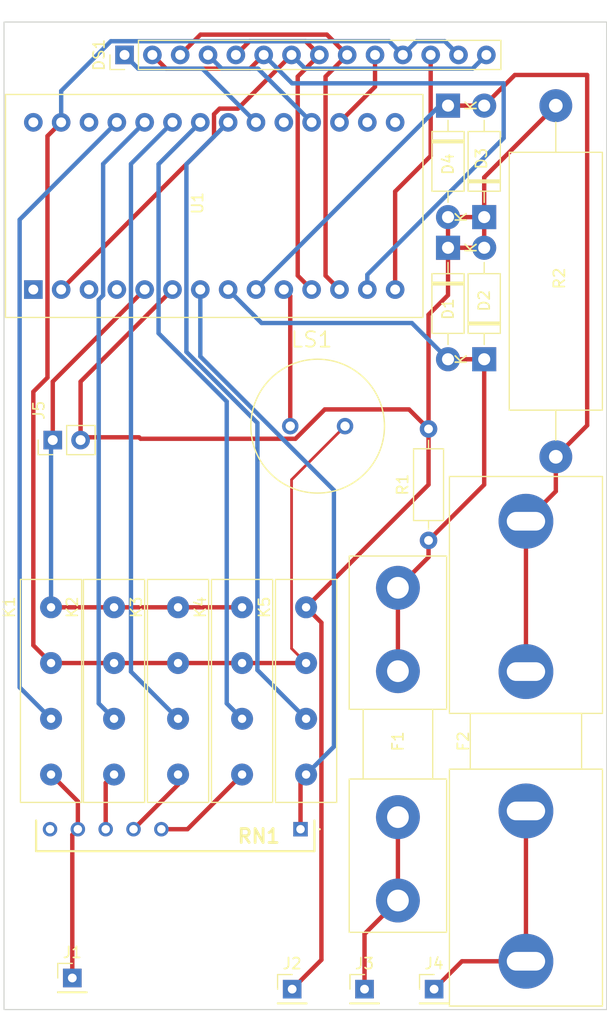
<source format=kicad_pcb>
(kicad_pcb (version 20221018) (generator pcbnew)
  (layers (0 "F.Cu" signal) (31 "B.Cu" signal) (34 "B.Paste" user) (35 "F.Paste" user) (36 "B.SilkS" user "B.Silkscreen") (37 "F.SilkS" user "F.Silkscreen") (38 "B.Mask" user) (39 "F.Mask" user) (44 "Edge.Cuts" user))
  (net 0 "")
  (net 1 "+3.3V")
  (net 2 "GND")
  (net 7 "Net-(U1-A5)")
  (net 13 "/Input Common")
  (net 14 "/mA ADC In")
  (net 15 "/A ADC In")
  (net 16 "/TOUCH IRQ")
  (net 17 "/MISO")
  (net 18 "/MOSI")
  (net 19 "/TOUCH CS")
  (net 20 "/SCK")
  (net 21 "/TFT DC")
  (net 22 "/TFT CS")
  (net 23 "/mA In")
  (net 24 "/A In")
  (net 25 "/V{slash}Ohm In")
  (net 26 "/V{slash}Ohm ADC In")
  (net 27 "/Low Range Control")
  (net 28 "/Med Range Control")
  (net 29 "/High Range Control")
  (net 30 "/UH Range Control")
  (net 31 "/Ohm Vout")
  (net 32 "/V{slash}Ohm Control")
  (net 33 "Net-(K2-COM)")
  (net 34 "Net-(K3-COM)")
  (net 35 "Net-(K4-COM)")
  (footprint "502ProjectFootprints:PinHeader_1x01_P2.54mm_Vertical_H0.8mm" (layer "F.Cu") (at 191.262 145.034)
    (fp_text reference "J2" (at 0 -2.33) (layer "F.SilkS"))
    (fp_text value "Com")
    (fp_line (start -1.33 -1.33) (end 0 -1.33) (stroke (width 0.12)) (layer "F.SilkS"))
    (fp_line (start -1.33 0) (end -1.33 -1.33) (stroke (width 0.12)) (layer "F.SilkS"))
    (fp_line (start -1.33 1.27) (end -1.33 1.33) (stroke (width 0.12)) (layer "F.SilkS"))
    (fp_line (start -1.33 1.27) (end 1.33 1.27) (stroke (width 0.12)) (layer "F.SilkS"))
    (fp_line (start -1.33 1.33) (end 1.33 1.33) (stroke (width 0.12)) (layer "F.SilkS"))
    (fp_line (start 1.33 1.27) (end 1.33 1.33) (stroke (width 0.12)) (layer "F.SilkS"))
    (pad "1" thru_hole rect (at 0 0) (size 1.7 1.7) (drill 0.8) (layers "*.Cu" "*.Mask") (net 13 "/Input Common"))
  )
  (footprint "502ProjectFootprints:ItsyBitsy" (layer "F.Cu") (at 182.88 73.66 90)
    (fp_text reference "U1" (at 0.254 -0.254 90 unlocked) (layer "F.SilkS"))
    (fp_text value "ItsyBitsy_NRF52840_Big")
    (fp_rect (start 10.16 -17.78) (end -10.16 20.32) (stroke (width 0.12)) (fill none) (layer "F.SilkS"))
    (pad "1" thru_hole rect (at -7.62 -15.24 90) (size 1.7 1.7) (drill 0.9) (layers "*.Cu" "*.Mask"))
    (pad "2" thru_hole circle (at -7.62 -12.7 90) (size 1.7 1.7) (drill 0.9) (layers "*.Cu" "*.Mask") (net 1 "+3.3V"))
    (pad "3" thru_hole circle (at -7.62 -10.16 90) (size 1.7 1.7) (drill 0.9) (layers "*.Cu" "*.Mask"))
    (pad "4" thru_hole circle (at -7.62 -7.62 90) (size 1.7 1.7) (drill 0.9) (layers "*.Cu" "*.Mask"))
    (pad "5" thru_hole circle (at -7.62 -5.08 90) (size 1.7 1.7) (drill 0.9) (layers "*.Cu" "*.Mask") (net 26 "/V{slash}Ohm ADC In"))
    (pad "6" thru_hole circle (at -7.62 -2.54 90) (size 1.7 1.7) (drill 0.9) (layers "*.Cu" "*.Mask") (net 13 "/Input Common"))
    (pad "7" thru_hole circle (at -7.62 0 90) (size 1.7 1.7) (drill 0.9) (layers "*.Cu" "*.Mask") (net 31 "/Ohm Vout"))
    (pad "8" thru_hole circle (at -7.62 2.54 90) (size 1.7 1.7) (drill 0.9) (layers "*.Cu" "*.Mask") (net 14 "/mA ADC In"))
    (pad "9" thru_hole circle (at -7.62 5.08 90) (size 1.7 1.7) (drill 0.9) (layers "*.Cu" "*.Mask") (net 15 "/A ADC In"))
    (pad "10" thru_hole circle (at -7.62 7.62 90) (size 1.7 1.7) (drill 0.9) (layers "*.Cu" "*.Mask") (net 7 "Net-(U1-A5)"))
    (pad "11" thru_hole circle (at -7.62 10.16 90) (size 1.7 1.7) (drill 0.9) (layers "*.Cu" "*.Mask") (net 20 "/SCK"))
    (pad "12" thru_hole circle (at -7.62 12.7 90) (size 1.7 1.7) (drill 0.9) (layers "*.Cu" "*.Mask") (net 18 "/MOSI"))
    (pad "13" thru_hole circle (at -7.62 15.24 90) (size 1.7 1.7) (drill 0.9) (layers "*.Cu" "*.Mask") (net 17 "/MISO"))
    (pad "14" thru_hole circle (at -7.62 17.78 90) (size 1.7 1.7) (drill 0.9) (layers "*.Cu" "*.Mask") (net 22 "/TFT CS"))
    (pad "15" thru_hole circle (at 7.62 17.78 90) (size 1.7 1.7) (drill 0.9) (layers "*.Cu" "*.Mask"))
    (pad "16" thru_hole circle (at 7.62 15.24 90) (size 1.7 1.7) (drill 0.9) (layers "*.Cu" "*.Mask"))
    (pad "17" thru_hole circle (at 7.62 12.7 90) (size 1.7 1.7) (drill 0.9) (layers "*.Cu" "*.Mask") (net 21 "/TFT DC"))
    (pad "18" thru_hole circle (at 7.62 10.16 90) (size 1.7 1.7) (drill 0.9) (layers "*.Cu" "*.Mask") (net 19 "/TOUCH CS"))
    (pad "19" thru_hole circle (at 7.62 7.62 90) (size 1.7 1.7) (drill 0.9) (layers "*.Cu" "*.Mask"))
    (pad "20" thru_hole circle (at 7.62 5.08 90) (size 1.7 1.7) (drill 0.9) (layers "*.Cu" "*.Mask") (net 16 "/TOUCH IRQ"))
    (pad "21" thru_hole circle (at 7.62 2.54 90) (size 1.7 1.7) (drill 0.9) (layers "*.Cu" "*.Mask") (net 32 "/V{slash}Ohm Control"))
    (pad "22" thru_hole circle (at 7.62 0 90) (size 1.7 1.7) (drill 0.9) (layers "*.Cu" "*.Mask") (net 30 "/UH Range Control"))
    (pad "23" thru_hole circle (at 7.62 -2.54 90) (size 1.7 1.7) (drill 0.9) (layers "*.Cu" "*.Mask") (net 29 "/High Range Control"))
    (pad "24" thru_hole circle (at 7.62 -5.08 90) (size 1.7 1.7) (drill 0.9) (layers "*.Cu" "*.Mask") (net 28 "/Med Range Control"))
    (pad "25" thru_hole circle (at 7.62 -7.62 90) (size 1.7 1.7) (drill 0.9) (layers "*.Cu" "*.Mask") (net 27 "/Low Range Control"))
    (pad "26" thru_hole circle (at 7.62 -10.16 90) (size 1.7 1.7) (drill 0.9) (layers "*.Cu" "*.Mask"))
    (pad "27" thru_hole circle (at 7.62 -12.7 90) (size 1.7 1.7) (drill 0.9) (layers "*.Cu" "*.Mask") (net 2 "GND"))
    (pad "28" thru_hole circle (at 7.62 -15.24 90) (size 1.7 1.7) (drill 0.9) (layers "*.Cu" "*.Mask"))
  )
  (footprint "502ProjectFootprints:XDCR_PS1240P02BT" (layer "F.Cu") (at 193.588 93.726)
    (fp_text reference "LS1" (at -0.555 -7.889) (layer "F.SilkS") (effects (font (size 1.4 1.4))))
    (fp_text value "PS1240P02BT")
    (fp_circle (center 0 0) (end 6.1 0) (stroke (width 0.127)) (fill none) (layer "F.SilkS"))
    (pad "1" thru_hole circle (at -2.5 0) (size 1.5 1.5) (drill 0.85) (layers "*.Cu" "*.Mask") (net 7 "Net-(U1-A5)"))
    (pad "2" thru_hole circle (at 2.5 0) (size 1.5 1.5) (drill 0.85) (layers "*.Cu" "*.Mask") (net 2 "GND"))
  )
  (footprint "502ProjectFootprints:SIL03-1A72-71DrevB" (layer "F.Cu") (at 180.848 117.856 90)
    (fp_text reference "K3" (at 7.62 -3.81 90 unlocked) (layer "F.SilkS"))
    (fp_text value "High Range")
    (fp_poly (pts (xy -10.16 -2.794) (xy 10.16 -2.794) (xy 10.16 2.794) (xy -10.16 2.794)) (stroke (width 0.12)) (fill none) (layer "F.SilkS"))
    (pad "1" thru_hole circle (at -7.62 0 90) (size 2 2) (drill 0.762) (layers "*.Cu" "*.Mask") (net 34 "Net-(K3-COM)"))
    (pad "3" thru_hole circle (at -2.54 0 90) (size 2 2) (drill 0.762) (layers "*.Cu" "*.Mask") (net 29 "/High Range Control"))
    (pad "5" thru_hole circle (at 2.54 0 90) (size 2 2) (drill 0.762) (layers "*.Cu" "*.Mask") (net 2 "GND"))
    (pad "7" thru_hole circle (at 7.62 0 90) (size 2 2) (drill 0.762) (layers "*.Cu" "*.Mask") (net 26 "/V{slash}Ohm ADC In"))
  )
  (footprint "502ProjectFootprints:PinHeader_1x01_P2.54mm_Vertical_H0.8mm" (layer "F.Cu") (at 197.866 145.034)
    (fp_text reference "J3" (at 0 -2.33) (layer "F.SilkS"))
    (fp_text value "mA")
    (fp_line (start -1.33 -1.33) (end 0 -1.33) (stroke (width 0.12)) (layer "F.SilkS"))
    (fp_line (start -1.33 0) (end -1.33 -1.33) (stroke (width 0.12)) (layer "F.SilkS"))
    (fp_line (start -1.33 1.27) (end -1.33 1.33) (stroke (width 0.12)) (layer "F.SilkS"))
    (fp_line (start -1.33 1.27) (end 1.33 1.27) (stroke (width 0.12)) (layer "F.SilkS"))
    (fp_line (start -1.33 1.33) (end 1.33 1.33) (stroke (width 0.12)) (layer "F.SilkS"))
    (fp_line (start 1.33 1.27) (end 1.33 1.33) (stroke (width 0.12)) (layer "F.SilkS"))
    (pad "1" thru_hole rect (at 0 0) (size 1.7 1.7) (drill 0.8) (layers "*.Cu" "*.Mask") (net 23 "/mA In"))
  )
  (footprint "502ProjectFootprints:250mA Fuse rev2" (layer "F.Cu") (at 200.914 122.708 90)
    (fp_text reference "F1" (at 0.254 0 90 unlocked) (layer "F.SilkS"))
    (fp_text value "250mA Fuse")
    (fp_line (start -3.175 -3.175) (end 3.175 -3.175) (stroke (width 0.12)) (layer "F.SilkS"))
    (fp_line (start 3.175 3.175) (end -3.175 3.175) (stroke (width 0.12)) (layer "F.SilkS"))
    (fp_rect (start -17.145 -4.445) (end -3.175 4.445) (stroke (width 0.12)) (fill none) (layer "F.SilkS"))
    (fp_rect (start 3.175 -4.445) (end 17.145 4.445) (stroke (width 0.12)) (fill none) (layer "F.SilkS"))
    (pad "1" thru_hole circle (at -14.25 0 90) (size 4 4) (drill 1.98) (layers "*.Cu" "*.Mask") (net 23 "/mA In"))
    (pad "2" thru_hole circle (at -6.65 0 90) (size 4 4) (drill 1.98) (layers "*.Cu" "*.Mask") (net 23 "/mA In"))
    (pad "3" thru_hole circle (at 6.65 0 90) (size 4 4) (drill 1.98) (layers "*.Cu" "*.Mask") (net 14 "/mA ADC In"))
    (pad "4" thru_hole circle (at 14.25 0 90) (size 4 4) (drill 1.98) (layers "*.Cu" "*.Mask") (net 14 "/mA ADC In"))
  )
  (footprint "502ProjectFootprints:PinHeader_1x01_P2.54mm_Vertical_H0.8mm" (layer "F.Cu") (at 171.196 144.018)
    (fp_text reference "J1" (at 0 -2.33) (layer "F.SilkS"))
    (fp_text value "V/Ohm")
    (fp_line (start -1.33 -1.33) (end 0 -1.33) (stroke (width 0.12)) (layer "F.SilkS"))
    (fp_line (start -1.33 0) (end -1.33 -1.33) (stroke (width 0.12)) (layer "F.SilkS"))
    (fp_line (start -1.33 1.27) (end -1.33 1.33) (stroke (width 0.12)) (layer "F.SilkS"))
    (fp_line (start -1.33 1.27) (end 1.33 1.27) (stroke (width 0.12)) (layer "F.SilkS"))
    (fp_line (start -1.33 1.33) (end 1.33 1.33) (stroke (width 0.12)) (layer "F.SilkS"))
    (fp_line (start 1.33 1.27) (end 1.33 1.33) (stroke (width 0.12)) (layer "F.SilkS"))
    (pad "1" thru_hole rect (at 0 0) (size 1.7 1.7) (drill 0.8) (layers "*.Cu" "*.Mask") (net 25 "/V{slash}Ohm In"))
  )
  (footprint "502ProjectFootprints:PinHeader_1x01_P2.54mm_Vertical_H0.8mm" (layer "F.Cu") (at 204.216 145.034)
    (fp_text reference "J4" (at 0 -2.33) (layer "F.SilkS"))
    (fp_text value "A")
    (fp_line (start -1.33 -1.33) (end 0 -1.33) (stroke (width 0.12)) (layer "F.SilkS"))
    (fp_line (start -1.33 0) (end -1.33 -1.33) (stroke (width 0.12)) (layer "F.SilkS"))
    (fp_line (start -1.33 1.27) (end -1.33 1.33) (stroke (width 0.12)) (layer "F.SilkS"))
    (fp_line (start -1.33 1.27) (end 1.33 1.27) (stroke (width 0.12)) (layer "F.SilkS"))
    (fp_line (start -1.33 1.33) (end 1.33 1.33) (stroke (width 0.12)) (layer "F.SilkS"))
    (fp_line (start 1.33 1.27) (end 1.33 1.33) (stroke (width 0.12)) (layer "F.SilkS"))
    (pad "1" thru_hole rect (at 0 0) (size 1.7 1.7) (drill 0.8) (layers "*.Cu" "*.Mask") (net 24 "/A In"))
  )
  (footprint "502ProjectFootprints:10A Fuse Oval rev2" (layer "F.Cu") (at 212.598 122.444 90)
    (fp_text reference "F2" (at 0 -5.715 90 unlocked) (layer "F.SilkS"))
    (fp_text value "10A Fuse")
    (fp_rect (start -24.13 -6.985) (end -2.54 6.985) (stroke (width 0.12)) (fill none) (layer "F.SilkS"))
    (fp_rect (start -2.54 -5.08) (end 2.54 5.08) (stroke (width 0.12)) (fill none) (layer "F.SilkS"))
    (fp_rect (start 24.13 -6.985) (end 2.54 6.985) (stroke (width 0.12)) (fill none) (layer "F.SilkS"))
    (pad "1" thru_hole circle (at -20.05 0 90) (size 5 5) (drill oval 1.7 3.5) (layers "*.Cu" "*.Mask") (net 24 "/A In"))
    (pad "2" thru_hole circle (at -6.35 0 90) (size 5 5) (drill oval 1.7 3.5) (layers "*.Cu" "*.Mask") (net 24 "/A In"))
    (pad "3" thru_hole circle (at 6.35 0 90) (size 5 5) (drill oval 1.7 3.5) (layers "*.Cu" "*.Mask") (net 15 "/A ADC In"))
    (pad "4" thru_hole circle (at 20.05 0 90) (size 5 5) (drill oval 1.7 3.5) (layers "*.Cu" "*.Mask") (net 15 "/A ADC In"))
  )
  (footprint "Diode_THT:D_DO-41_SOD81_P10.16mm_Horizontal" (layer "F.Cu") (at 208.788 87.63 90)
    (fp_text reference "D2" (at 5.334 0 90) (layer "F.SilkS"))
    (fp_text value "1N4001")
    (fp_text user "K" (at 0 -2.1 90) (layer "F.SilkS"))
    (fp_line (start 1.34 0) (end 2.36 0) (stroke (width 0.12)) (layer "F.SilkS"))
    (fp_line (start 2.36 -1.47) (end 2.36 1.47) (stroke (width 0.12)) (layer "F.SilkS"))
    (fp_line (start 2.36 1.47) (end 7.8 1.47) (stroke (width 0.12)) (layer "F.SilkS"))
    (fp_line (start 3.14 -1.47) (end 3.14 1.47) (stroke (width 0.12)) (layer "F.SilkS"))
    (fp_line (start 3.26 -1.47) (end 3.26 1.47) (stroke (width 0.12)) (layer "F.SilkS"))
    (fp_line (start 3.38 -1.47) (end 3.38 1.47) (stroke (width 0.12)) (layer "F.SilkS"))
    (fp_line (start 7.8 -1.47) (end 2.36 -1.47) (stroke (width 0.12)) (layer "F.SilkS"))
    (fp_line (start 7.8 1.47) (end 7.8 -1.47) (stroke (width 0.12)) (layer "F.SilkS"))
    (fp_line (start 8.82 0) (end 7.8 0) (stroke (width 0.12)) (layer "F.SilkS"))
    (pad "1" thru_hole rect (at 0 0 90) (size 2.2 2.2) (drill 1.1) (layers "*.Cu" "*.Mask") (net 14 "/mA ADC In"))
    (pad "2" thru_hole oval (at 10.16 0 90) (size 2.2 2.2) (drill 1.1) (layers "*.Cu" "*.Mask") (net 13 "/Input Common"))
  )
  (footprint "502ProjectFootprints:PinHeader_1x02_P2.54mm_Vertical_H0.9mm" (layer "F.Cu") (at 169.413 94.996 90)
    (fp_text reference "J5" (at 2.717 -1.269 90) (layer "F.SilkS"))
    (fp_text value "Parallel Prot")
    (fp_line (start -1.33 -1.33) (end 0 -1.33) (stroke (width 0.12)) (layer "F.SilkS"))
    (fp_line (start -1.33 0) (end -1.33 -1.33) (stroke (width 0.12)) (layer "F.SilkS"))
    (fp_line (start -1.33 1.27) (end -1.33 3.87) (stroke (width 0.12)) (layer "F.SilkS"))
    (fp_line (start -1.33 1.27) (end 1.33 1.27) (stroke (width 0.12)) (layer "F.SilkS"))
    (fp_line (start -1.33 3.87) (end 1.33 3.87) (stroke (width 0.12)) (layer "F.SilkS"))
    (fp_line (start 1.33 1.27) (end 1.33 3.87) (stroke (width 0.12)) (layer "F.SilkS"))
    (pad "1" thru_hole rect (at 0 0 90) (size 1.7 1.7) (drill 0.9) (layers "*.Cu" "*.Mask") (net 26 "/V{slash}Ohm ADC In"))
    (pad "2" thru_hole oval (at 0 2.54 90) (size 1.7 1.7) (drill 0.9) (layers "*.Cu" "*.Mask") (net 13 "/Input Common"))
  )
  (footprint "Diode_THT:D_DO-41_SOD81_P10.16mm_Horizontal" (layer "F.Cu") (at 205.486 77.47 -90)
    (fp_text reference "D1" (at 5.588 0 90) (layer "F.SilkS"))
    (fp_text value "1N4001")
    (fp_text user "K" (at 0 -2.1 90) (layer "F.SilkS"))
    (fp_line (start 1.34 0) (end 2.36 0) (stroke (width 0.12)) (layer "F.SilkS"))
    (fp_line (start 2.36 -1.47) (end 2.36 1.47) (stroke (width 0.12)) (layer "F.SilkS"))
    (fp_line (start 2.36 1.47) (end 7.8 1.47) (stroke (width 0.12)) (layer "F.SilkS"))
    (fp_line (start 3.14 -1.47) (end 3.14 1.47) (stroke (width 0.12)) (layer "F.SilkS"))
    (fp_line (start 3.26 -1.47) (end 3.26 1.47) (stroke (width 0.12)) (layer "F.SilkS"))
    (fp_line (start 3.38 -1.47) (end 3.38 1.47) (stroke (width 0.12)) (layer "F.SilkS"))
    (fp_line (start 7.8 -1.47) (end 2.36 -1.47) (stroke (width 0.12)) (layer "F.SilkS"))
    (fp_line (start 7.8 1.47) (end 7.8 -1.47) (stroke (width 0.12)) (layer "F.SilkS"))
    (fp_line (start 8.82 0) (end 7.8 0) (stroke (width 0.12)) (layer "F.SilkS"))
    (pad "1" thru_hole rect (at 0 0 270) (size 2.2 2.2) (drill 1.1) (layers "*.Cu" "*.Mask") (net 13 "/Input Common"))
    (pad "2" thru_hole oval (at 10.16 0 270) (size 2.2 2.2) (drill 1.1) (layers "*.Cu" "*.Mask") (net 14 "/mA ADC In"))
  )
  (footprint "502ProjectFootprints:0.05 Ohm 5W Resistor rev2" (layer "F.Cu") (at 211.074 70.358 90)
    (fp_text reference "R2" (at -9.906 4.572 90 unlocked) (layer "F.SilkS"))
    (fp_text value "0.05 Ohm")
    (fp_line (start -21.91 4.25) (end -24.66 4.25) (stroke (width 0.12)) (layer "F.SilkS"))
    (fp_line (start 1.59 4.25) (end 4.34 4.25) (stroke (width 0.12)) (layer "F.SilkS"))
    (fp_rect (start -21.91 0) (end 1.59 8.5) (stroke (width 0.12)) (fill none) (layer "F.SilkS"))
    (pad "1" thru_hole circle (at -26.16 4.25 90) (size 3 3) (drill 1.25) (layers "*.Cu" "*.Mask") (net 15 "/A ADC In"))
    (pad "2" thru_hole circle (at 5.84 4.25 90) (size 3 3) (drill 1.25) (layers "*.Cu" "*.Mask") (net 13 "/Input Common"))
  )
  (footprint "Diode_THT:D_DO-41_SOD81_P10.16mm_Horizontal" (layer "F.Cu") (at 208.788 74.676 90)
    (fp_text reference "D3" (at 5.334 -0.254 90) (layer "F.SilkS"))
    (fp_text value "1N4001")
    (fp_text user "K" (at 0 -2.1 90) (layer "F.SilkS"))
    (fp_line (start 1.34 0) (end 2.36 0) (stroke (width 0.12)) (layer "F.SilkS"))
    (fp_line (start 2.36 -1.47) (end 2.36 1.47) (stroke (width 0.12)) (layer "F.SilkS"))
    (fp_line (start 2.36 1.47) (end 7.8 1.47) (stroke (width 0.12)) (layer "F.SilkS"))
    (fp_line (start 3.14 -1.47) (end 3.14 1.47) (stroke (width 0.12)) (layer "F.SilkS"))
    (fp_line (start 3.26 -1.47) (end 3.26 1.47) (stroke (width 0.12)) (layer "F.SilkS"))
    (fp_line (start 3.38 -1.47) (end 3.38 1.47) (stroke (width 0.12)) (layer "F.SilkS"))
    (fp_line (start 7.8 -1.47) (end 2.36 -1.47) (stroke (width 0.12)) (layer "F.SilkS"))
    (fp_line (start 7.8 1.47) (end 7.8 -1.47) (stroke (width 0.12)) (layer "F.SilkS"))
    (fp_line (start 8.82 0) (end 7.8 0) (stroke (width 0.12)) (layer "F.SilkS"))
    (pad "1" thru_hole rect (at 0 0 90) (size 2.2 2.2) (drill 1.1) (layers "*.Cu" "*.Mask") (net 13 "/Input Common"))
    (pad "2" thru_hole oval (at 10.16 0 90) (size 2.2 2.2) (drill 1.1) (layers "*.Cu" "*.Mask") (net 15 "/A ADC In"))
  )
  (footprint "502ProjectFootprints:SIL03-1A72-71DrevB" (layer "F.Cu") (at 186.69 117.856 90)
    (fp_text reference "K4" (at 7.62 -3.81 90 unlocked) (layer "F.SilkS"))
    (fp_text value "UH Range (Ohm Only)")
    (fp_poly (pts (xy -10.16 -2.794) (xy 10.16 -2.794) (xy 10.16 2.794) (xy -10.16 2.794)) (stroke (width 0.12)) (fill none) (layer "F.SilkS"))
    (pad "1" thru_hole circle (at -7.62 0 90) (size 2 2) (drill 0.762) (layers "*.Cu" "*.Mask") (net 35 "Net-(K4-COM)"))
    (pad "3" thru_hole circle (at -2.54 0 90) (size 2 2) (drill 0.762) (layers "*.Cu" "*.Mask") (net 30 "/UH Range Control"))
    (pad "5" thru_hole circle (at 2.54 0 90) (size 2 2) (drill 0.762) (layers "*.Cu" "*.Mask") (net 2 "GND"))
    (pad "7" thru_hole circle (at 7.62 0 90) (size 2 2) (drill 0.762) (layers "*.Cu" "*.Mask") (net 26 "/V{slash}Ohm ADC In"))
  )
  (footprint "502ProjectFootprints:1776C68" (layer "F.Cu") (at 192.024 130.459 180)
    (fp_text reference "RN1" (at 3.81 -0.635) (layer "F.SilkS") (effects (font (size 1.27 1.27) (thickness 0.254))))
    (fp_text value "1776-C68" hide)
    (fp_line (start -1.8 0) (end -1.8 0) (stroke (width 0.1)) (layer "F.SilkS"))
    (fp_line (start -1.7 0) (end -1.7 0) (stroke (width 0.1)) (layer "F.SilkS"))
    (fp_line (start -1.27 -2) (end 24.13 -2) (stroke (width 0.2)) (layer "F.SilkS"))
    (fp_line (start -1.27 0.79) (end -1.27 -2) (stroke (width 0.2)) (layer "F.SilkS"))
    (fp_line (start 24.13 -2) (end 24.13 0.79) (stroke (width 0.2)) (layer "F.SilkS"))
    (fp_arc (start -1.8 0) (mid -1.75 -0.05) (end -1.7 0) (stroke (width 0.1)) (layer "F.SilkS"))
    (fp_arc (start -1.7 0) (mid -1.75 0.05) (end -1.8 0) (stroke (width 0.1)) (layer "F.SilkS"))
    (pad "1" thru_hole circle (at 22.86 0 180) (size 1.32 1.32) (drill 0.77) (layers "*.Cu" "*.Mask"))
    (pad "2" thru_hole circle (at 20.32 0 180) (size 1.32 1.32) (drill 0.77) (layers "*.Cu" "*.Mask") (net 25 "/V{slash}Ohm In"))
    (pad "3" thru_hole circle (at 17.78 0 180) (size 1.32 1.32) (drill 0.77) (layers "*.Cu" "*.Mask") (net 33 "Net-(K2-COM)"))
    (pad "4" thru_hole circle (at 15.24 0 180) (size 1.32 1.32) (drill 0.77) (layers "*.Cu" "*.Mask") (net 34 "Net-(K3-COM)"))
    (pad "5" thru_hole circle (at 12.7 0 180) (size 1.32 1.32) (drill 0.77) (layers "*.Cu" "*.Mask") (net 35 "Net-(K4-COM)"))
    (pad "6" thru_hole rect (at 0 0 180) (size 1.32 1.32) (drill 0.77) (layers "*.Cu" "*.Mask") (net 31 "/Ohm Vout"))
  )
  (footprint "502ProjectFootprints:PinHeader_1x14_P2.54mm_Vertical_H0.9mm" (layer "F.Cu") (at 175.964 59.896 90)
    (fp_text reference "DS1" (at 0 -2.33 90) (layer "F.SilkS"))
    (fp_text value "TFT_Interface")
    (fp_line (start -1.33 -1.33) (end 0 -1.33) (stroke (width 0.12)) (layer "F.SilkS"))
    (fp_line (start -1.33 0) (end -1.33 -1.33) (stroke (width 0.12)) (layer "F.SilkS"))
    (fp_line (start -1.33 1.27) (end -1.33 34.35) (stroke (width 0.12)) (layer "F.SilkS"))
    (fp_line (start -1.33 1.27) (end 1.33 1.27) (stroke (width 0.12)) (layer "F.SilkS"))
    (fp_line (start -1.33 34.35) (end 1.33 34.35) (stroke (width 0.12)) (layer "F.SilkS"))
    (fp_line (start 1.33 1.27) (end 1.33 34.35) (stroke (width 0.12)) (layer "F.SilkS"))
    (pad "1" thru_hole rect (at 0 0 90) (size 1.7 1.7) (drill 0.9) (layers "*.Cu" "*.Mask") (net 16 "/TOUCH IRQ"))
    (pad "2" thru_hole oval (at 0 2.54 90) (size 1.7 1.7) (drill 0.9) (layers "*.Cu" "*.Mask") (net 17 "/MISO"))
    (pad "3" thru_hole oval (at 0 5.08 90) (size 1.7 1.7) (drill 0.9) (layers "*.Cu" "*.Mask") (net 18 "/MOSI"))
    (pad "4" thru_hole oval (at 0 7.62 90) (size 1.7 1.7) (drill 0.9) (layers "*.Cu" "*.Mask") (net 19 "/TOUCH CS"))
    (pad "5" thru_hole oval (at 0 10.16 90) (size 1.7 1.7) (drill 0.9) (layers "*.Cu" "*.Mask") (net 20 "/SCK"))
    (pad "6" thru_hole oval (at 0 12.7 90) (size 1.7 1.7) (drill 0.9) (layers "*.Cu" "*.Mask") (net 17 "/MISO"))
    (pad "7" thru_hole oval (at 0 15.24 90) (size 1.7 1.7) (drill 0.9) (layers "*.Cu" "*.Mask") (net 1 "+3.3V"))
    (pad "8" thru_hole oval (at 0 17.78 90) (size 1.7 1.7) (drill 0.9) (layers "*.Cu" "*.Mask") (net 20 "/SCK"))
    (pad "9" thru_hole oval (at 0 20.32 90) (size 1.7 1.7) (drill 0.9) (layers "*.Cu" "*.Mask") (net 18 "/MOSI"))
    (pad "10" thru_hole oval (at 0 22.86 90) (size 1.7 1.7) (drill 0.9) (layers "*.Cu" "*.Mask") (net 21 "/TFT DC"))
    (pad "11" thru_hole oval (at 0 25.4 90) (size 1.7 1.7) (drill 0.9) (layers "*.Cu" "*.Mask") (net 2 "GND"))
    (pad "12" thru_hole oval (at 0 27.94 90) (size 1.7 1.7) (drill 0.9) (layers "*.Cu" "*.Mask") (net 22 "/TFT CS"))
    (pad "13" thru_hole oval (at 0 30.48 90) (size 1.7 1.7) (drill 0.9) (layers "*.Cu" "*.Mask") (net 2 "GND"))
    (pad "14" thru_hole oval (at 0 33.02 90) (size 1.7 1.7) (drill 0.9) (layers "*.Cu" "*.Mask") (net 1 "+3.3V"))
  )
  (footprint "502ProjectFootprints:SIL03-1A72-71DrevB" (layer "F.Cu") (at 175.006 117.856 90)
    (fp_text reference "K2" (at 7.62 -3.81 90 unlocked) (layer "F.SilkS"))
    (fp_text value "Medium Range")
    (fp_poly (pts (xy -10.16 -2.794) (xy 10.16 -2.794) (xy 10.16 2.794) (xy -10.16 2.794)) (stroke (width 0.12)) (fill none) (layer "F.SilkS"))
    (pad "1" thru_hole circle (at -7.62 0 90) (size 2 2) (drill 0.762) (layers "*.Cu" "*.Mask") (net 33 "Net-(K2-COM)"))
    (pad "3" thru_hole circle (at -2.54 0 90) (size 2 2) (drill 0.762) (layers "*.Cu" "*.Mask") (net 28 "/Med Range Control"))
    (pad "5" thru_hole circle (at 2.54 0 90) (size 2 2) (drill 0.762) (layers "*.Cu" "*.Mask") (net 2 "GND"))
    (pad "7" thru_hole circle (at 7.62 0 90) (size 2 2) (drill 0.762) (layers "*.Cu" "*.Mask") (net 26 "/V{slash}Ohm ADC In"))
  )
  (footprint "Diode_THT:D_DO-41_SOD81_P10.16mm_Horizontal" (layer "F.Cu") (at 205.486 64.516 -90)
    (fp_text reference "D4" (at 5.334 0 90) (layer "F.SilkS"))
    (fp_text value "1N4001")
    (fp_text user "K" (at 0 -2.1 90) (layer "F.SilkS"))
    (fp_line (start 1.34 0) (end 2.36 0) (stroke (width 0.12)) (layer "F.SilkS"))
    (fp_line (start 2.36 -1.47) (end 2.36 1.47) (stroke (width 0.12)) (layer "F.SilkS"))
    (fp_line (start 2.36 1.47) (end 7.8 1.47) (stroke (width 0.12)) (layer "F.SilkS"))
    (fp_line (start 3.14 -1.47) (end 3.14 1.47) (stroke (width 0.12)) (layer "F.SilkS"))
    (fp_line (start 3.26 -1.47) (end 3.26 1.47) (stroke (width 0.12)) (layer "F.SilkS"))
    (fp_line (start 3.38 -1.47) (end 3.38 1.47) (stroke (width 0.12)) (layer "F.SilkS"))
    (fp_line (start 7.8 -1.47) (end 2.36 -1.47) (stroke (width 0.12)) (layer "F.SilkS"))
    (fp_line (start 7.8 1.47) (end 7.8 -1.47) (stroke (width 0.12)) (layer "F.SilkS"))
    (fp_line (start 8.82 0) (end 7.8 0) (stroke (width 0.12)) (layer "F.SilkS"))
    (pad "1" thru_hole rect (at 0 0 270) (size 2.2 2.2) (drill 1.1) (layers "*.Cu" "*.Mask") (net 15 "/A ADC In"))
    (pad "2" thru_hole oval (at 10.16 0 270) (size 2.2 2.2) (drill 1.1) (layers "*.Cu" "*.Mask") (net 13 "/Input Common"))
  )
  (footprint "502ProjectFootprints:SIL03-1A72-71DrevB" (layer "F.Cu") (at 192.532 117.856 90)
    (fp_text reference "K5" (at 7.62 -3.81 90 unlocked) (layer "F.SilkS"))
    (fp_text value "V/Ohm Switch")
    (fp_poly (pts (xy -10.16 -2.794) (xy 10.16 -2.794) (xy 10.16 2.794) (xy -10.16 2.794)) (stroke (width 0.12)) (fill none) (layer "F.SilkS"))
    (pad "1" thru_hole circle (at -7.62 0 90) (size 2 2) (drill 0.762) (layers "*.Cu" "*.Mask") (net 31 "/Ohm Vout"))
    (pad "3" thru_hole circle (at -2.54 0 90) (size 2 2) (drill 0.762) (layers "*.Cu" "*.Mask") (net 32 "/V{slash}Ohm Control"))
    (pad "5" thru_hole circle (at 2.54 0 90) (size 2 2) (drill 0.762) (layers "*.Cu" "*.Mask") (net 2 "GND"))
    (pad "7" thru_hole circle (at 7.62 0 90) (size 2 2) (drill 0.762) (layers "*.Cu" "*.Mask") (net 13 "/Input Common"))
  )
  (footprint "Resistor_THT:R_Axial_DIN0207_L6.3mm_D2.5mm_P10.16mm_Horizontal" (layer "F.Cu") (at 203.708 104.14 90)
    (fp_text reference "R1" (at 5.08 -2.37 90) (layer "F.SilkS"))
    (fp_text value "5 Ohm")
    (fp_line (start 1.04 0) (end 1.81 0) (stroke (width 0.12)) (layer "F.SilkS"))
    (fp_line (start 1.81 -1.37) (end 1.81 1.37) (stroke (width 0.12)) (layer "F.SilkS"))
    (fp_line (start 1.81 1.37) (end 8.35 1.37) (stroke (width 0.12)) (layer "F.SilkS"))
    (fp_line (start 8.35 -1.37) (end 1.81 -1.37) (stroke (width 0.12)) (layer "F.SilkS"))
    (fp_line (start 8.35 1.37) (end 8.35 -1.37) (stroke (width 0.12)) (layer "F.SilkS"))
    (fp_line (start 9.12 0) (end 8.35 0) (stroke (width 0.12)) (layer "F.SilkS"))
    (pad "1" thru_hole circle (at 0 0 90) (size 1.6 1.6) (drill 0.8) (layers "*.Cu" "*.Mask") (net 14 "/mA ADC In"))
    (pad "2" thru_hole oval (at 10.16 0 90) (size 1.6 1.6) (drill 0.8) (layers "*.Cu" "*.Mask") (net 13 "/Input Common"))
  )
  (footprint "502ProjectFootprints:SIL03-1A72-71DrevB" (layer "F.Cu") (at 169.256 117.856 90)
    (fp_text reference "K1" (at 7.62 -3.81 90 unlocked) (layer "F.SilkS"))
    (fp_text value "Low Range")
    (fp_poly (pts (xy -10.16 -2.794) (xy 10.16 -2.794) (xy 10.16 2.794) (xy -10.16 2.794)) (stroke (width 0.12)) (fill none) (layer "F.SilkS"))
    (pad "1" thru_hole circle (at -7.62 0 90) (size 2 2) (drill 0.762) (layers "*.Cu" "*.Mask") (net 25 "/V{slash}Ohm In"))
    (pad "3" thru_hole circle (at -2.54 0 90) (size 2 2) (drill 0.762) (layers "*.Cu" "*.Mask") (net 27 "/Low Range Control"))
    (pad "5" thru_hole circle (at 2.54 0 90) (size 2 2) (drill 0.762) (layers "*.Cu" "*.Mask") (net 2 "GND"))
    (pad "7" thru_hole circle (at 7.62 0 90) (size 2 2) (drill 0.762) (layers "*.Cu" "*.Mask") (net 26 "/V{slash}Ohm ADC In"))
  )
  (gr_rect (start 164.964 56.896) (end 219.964 146.896) (stroke (width 0.1)) (fill none) (layer "Edge.Cuts"))
  (segment (start 184.638001 64.79) (end 184.13 65.298001) (width 0.4) (layer "F.Cu") (net 1))
  (segment (start 184.13 65.298001) (end 184.13 67.33) (width 0.4) (layer "F.Cu") (net 1))
  (segment (start 184.13 67.33) (end 170.18 81.28) (width 0.4) (layer "F.Cu") (net 1))
  (segment (start 191.204 59.896) (end 186.31 64.79) (width 0.4) (layer "F.Cu") (net 1))
  (segment (start 186.31 64.79) (end 184.638001 64.79) (width 0.4) (layer "F.Cu") (net 1))
  (segment (start 207.734 61.146) (end 208.984 59.896) (width 0.4) (layer "B.Cu") (net 1))
  (segment (start 191.204 59.896) (end 192.454 61.146) (width 0.4) (layer "B.Cu") (net 1))
  (segment (start 192.454 61.146) (end 207.734 61.146) (width 0.4) (layer "B.Cu") (net 1))
  (segment (start 180.848 115.316) (end 186.69 115.316) (width 0.4) (layer "F.Cu") (net 2))
  (segment (start 196.088 93.726) (end 191.207 98.607) (width 0.25) (layer "F.Cu") (net 2))
  (segment (start 191.207 113.991) (end 192.532 115.316) (width 0.25) (layer "F.Cu") (net 2))
  (segment (start 169.256 115.316) (end 175.006 115.316) (width 0.4) (layer "F.Cu") (net 2))
  (segment (start 186.69 115.316) (end 192.532 115.316) (width 0.4) (layer "F.Cu") (net 2))
  (segment (start 167.64 113.7) (end 169.256 115.316) (width 0.4) (layer "F.Cu") (net 2))
  (segment (start 168.93 89.301472) (end 167.64 90.591472) (width 0.4) (layer "F.Cu") (net 2))
  (segment (start 175.006 115.316) (end 180.848 115.316) (width 0.4) (layer "F.Cu") (net 2))
  (segment (start 191.207 98.607) (end 191.207 113.991) (width 0.25) (layer "F.Cu") (net 2))
  (segment (start 170.18 66.04) (end 168.93 67.29) (width 0.4) (layer "F.Cu") (net 2))
  (segment (start 167.64 90.591472) (end 167.64 113.7) (width 0.4) (layer "F.Cu") (net 2))
  (segment (start 168.93 67.29) (end 168.93 89.301472) (width 0.4) (layer "F.Cu") (net 2))
  (segment (start 201.364 59.896) (end 200.114 58.646) (width 0.4) (layer "B.Cu") (net 2))
  (segment (start 205.194 58.646) (end 202.614 58.646) (width 0.4) (layer "B.Cu") (net 2))
  (segment (start 170.18 63.18) (end 170.18 66.04) (width 0.4) (layer "B.Cu") (net 2))
  (segment (start 200.114 58.646) (end 174.714 58.646) (width 0.4) (layer "B.Cu") (net 2))
  (segment (start 202.614 58.646) (end 201.364 59.896) (width 0.4) (layer "B.Cu") (net 2))
  (segment (start 206.444 59.896) (end 205.194 58.646) (width 0.4) (layer "B.Cu") (net 2))
  (segment (start 174.714 58.646) (end 170.18 63.18) (width 0.4) (layer "B.Cu") (net 2))
  (segment (start 191.088 93.726) (end 191.088 81.868) (width 0.4) (layer "F.Cu") (net 7))
  (segment (start 191.088 81.868) (end 190.5 81.28) (width 0.4) (layer "F.Cu") (net 7))
  (segment (start 177.287 94.742) (end 177.421 94.876) (width 0.4) (layer "F.Cu") (net 13))
  (segment (start 172.207 94.742) (end 177.287 94.742) (width 0.4) (layer "F.Cu") (net 13))
  (segment (start 191.564346 94.876) (end 194.238346 92.202) (width 0.4) (layer "F.Cu") (net 13))
  (segment (start 193.932 142.364) (end 191.262 145.034) (width 0.4) (layer "F.Cu") (net 13))
  (segment (start 177.421 94.876) (end 191.564346 94.876) (width 0.4) (layer "F.Cu") (net 13))
  (segment (start 171.953 89.667) (end 180.34 81.28) (width 0.4) (layer "F.Cu") (net 13))
  (segment (start 201.93 92.202) (end 203.708 93.98) (width 0.4) (layer "F.Cu") (net 13))
  (segment (start 205.486 77.47) (end 208.788 77.47) (width 0.4) (layer "F.Cu") (net 13))
  (segment (start 171.953 94.996) (end 171.953 89.667) (width 0.4) (layer "F.Cu") (net 13))
  (segment (start 203.708 83.566) (end 203.708 93.98) (width 0.4) (layer "F.Cu") (net 13))
  (segment (start 203.708 93.98) (end 203.708 99.06) (width 0.4) (layer "F.Cu") (net 13))
  (segment (start 208.788 77.47) (end 208.788 74.676) (width 0.4) (layer "F.Cu") (net 13))
  (segment (start 208.788 74.676) (end 208.788 71.054) (width 0.4) (layer "F.Cu") (net 13))
  (segment (start 171.953 94.996) (end 172.207 94.742) (width 0.4) (layer "F.Cu") (net 13))
  (segment (start 194.238346 92.202) (end 201.93 92.202) (width 0.4) (layer "F.Cu") (net 13))
  (segment (start 192.532 110.236) (end 193.932 111.636) (width 0.4) (layer "F.Cu") (net 13))
  (segment (start 205.486 81.788) (end 203.708 83.566) (width 0.4) (layer "F.Cu") (net 13))
  (segment (start 193.932 111.636) (end 193.932 142.364) (width 0.4) (layer "F.Cu") (net 13))
  (segment (start 205.486 74.676) (end 205.486 77.47) (width 0.4) (layer "F.Cu") (net 13))
  (segment (start 208.788 71.054) (end 215.324 64.518) (width 0.4) (layer "F.Cu") (net 13))
  (segment (start 203.708 99.06) (end 192.532 110.236) (width 0.4) (layer "F.Cu") (net 13))
  (segment (start 208.788 74.676) (end 205.486 74.676) (width 0.4) (layer "F.Cu") (net 13))
  (segment (start 205.486 77.47) (end 205.486 81.788) (width 0.4) (layer "F.Cu") (net 13))
  (segment (start 208.788 99.06) (end 208.788 87.63) (width 0.4) (layer "F.Cu") (net 14))
  (segment (start 205.486 87.63) (end 208.788 87.63) (width 0.4) (layer "F.Cu") (net 14))
  (segment (start 200.914 108.458) (end 203.708 105.664) (width 0.4) (layer "F.Cu") (net 14))
  (segment (start 200.914 116.058) (end 200.914 108.458) (width 0.4) (layer "F.Cu") (net 14))
  (segment (start 203.708 105.664) (end 203.708 104.14) (width 0.4) (layer "F.Cu") (net 14))
  (segment (start 203.708 104.14) (end 208.788 99.06) (width 0.4) (layer "F.Cu") (net 14))
  (segment (start 188.468 84.328) (end 185.42 81.28) (width 0.4) (layer "B.Cu") (net 14))
  (segment (start 205.486 87.63) (end 202.184 84.328) (width 0.4) (layer "B.Cu") (net 14))
  (segment (start 202.184 84.328) (end 188.468 84.328) (width 0.4) (layer "B.Cu") (net 14))
  (segment (start 215.324 96.518) (end 218.186 93.656) (width 0.4) (layer "F.Cu") (net 15))
  (segment (start 218.186 93.656) (end 218.186 61.722) (width 0.4) (layer "F.Cu") (net 15))
  (segment (start 211.582 61.722) (end 208.788 64.516) (width 0.4) (layer "F.Cu") (net 15))
  (segment (start 212.598 116.094) (end 212.598 102.394) (width 0.4) (layer "F.Cu") (net 15))
  (segment (start 212.598 102.394) (end 215.324 99.668) (width 0.4) (layer "F.Cu") (net 15))
  (segment (start 208.788 64.516) (end 205.486 64.516) (width 0.4) (layer "F.Cu") (net 15))
  (segment (start 215.324 99.668) (end 215.324 96.518) (width 0.4) (layer "F.Cu") (net 15))
  (segment (start 218.186 61.722) (end 211.582 61.722) (width 0.4) (layer "F.Cu") (net 15))
  (segment (start 205.486 64.516) (end 204.724 64.516) (width 0.4) (layer "B.Cu") (net 15))
  (segment (start 204.724 64.516) (end 187.96 81.28) (width 0.4) (layer "B.Cu") (net 15))
  (segment (start 183.066 61.146) (end 177.214 61.146) (width 0.4) (layer "B.Cu") (net 16))
  (segment (start 187.96 66.04) (end 183.066 61.146) (width 0.4) (layer "B.Cu") (net 16))
  (segment (start 177.214 61.146) (end 175.964 59.896) (width 0.4) (layer "B.Cu") (net 16))
  (segment (start 188.664 59.896) (end 187.414 61.146) (width 0.4) (layer "F.Cu") (net 17))
  (segment (start 187.414 61.146) (end 179.754 61.146) (width 0.4) (layer "F.Cu") (net 17))
  (segment (start 179.754 61.146) (end 178.504 59.896) (width 0.4) (layer "F.Cu") (net 17))
  (segment (start 210.566 67.474679) (end 210.566 62.484) (width 0.4) (layer "B.Cu") (net 17))
  (segment (start 210.566 62.484) (end 191.252 62.484) (width 0.4) (layer "B.Cu") (net 17))
  (segment (start 198.12 81.28) (end 198.12 79.920679) (width 0.4) (layer "B.Cu") (net 17))
  (segment (start 191.252 62.484) (end 188.664 59.896) (width 0.4) (layer "B.Cu") (net 17))
  (segment (start 198.12 79.920679) (end 210.566 67.474679) (width 0.4) (layer "B.Cu") (net 17))
  (segment (start 196.284 59.896) (end 194.434 58.046) (width 0.4) (layer "F.Cu") (net 18))
  (segment (start 195.58 81.28) (end 194.31 80.01) (width 0.4) (layer "F.Cu") (net 18))
  (segment (start 182.894 58.046) (end 181.044 59.896) (width 0.4) (layer "F.Cu") (net 18))
  (segment (start 194.31 80.01) (end 194.31 61.87) (width 0.4) (layer "F.Cu") (net 18))
  (segment (start 194.434 58.046) (end 182.894 58.046) (width 0.4) (layer "F.Cu") (net 18))
  (segment (start 194.31 61.87) (end 196.284 59.896) (width 0.4) (layer "F.Cu") (net 18))
  (segment (start 183.584 59.896) (end 184.834 61.146) (width 0.4) (layer "B.Cu") (net 19))
  (segment (start 188.146 61.146) (end 193.04 66.04) (width 0.4) (layer "B.Cu") (net 19))
  (segment (start 184.834 61.146) (end 188.146 61.146) (width 0.4) (layer "B.Cu") (net 19))
  (segment (start 193.744 59.896) (end 192.494 58.646) (width 0.4) (layer "F.Cu") (net 20))
  (segment (start 191.77 80.01) (end 191.77 61.87) (width 0.4) (layer "F.Cu") (net 20))
  (segment (start 191.77 61.87) (end 193.744 59.896) (width 0.4) (layer "F.Cu") (net 20))
  (segment (start 193.04 81.28) (end 191.77 80.01) (width 0.4) (layer "F.Cu") (net 20))
  (segment (start 187.374 58.646) (end 186.124 59.896) (width 0.4) (layer "F.Cu") (net 20))
  (segment (start 192.494 58.646) (end 187.374 58.646) (width 0.4) (layer "F.Cu") (net 20))
  (segment (start 198.824 62.796) (end 195.58 66.04) (width 0.4) (layer "F.Cu") (net 21))
  (segment (start 198.824 59.896) (end 198.824 62.796) (width 0.4) (layer "F.Cu") (net 21))
  (segment (start 200.66 72.342) (end 203.904 69.098) (width 0.4) (layer "F.Cu") (net 22))
  (segment (start 203.904 69.098) (end 203.904 59.896) (width 0.4) (layer "F.Cu") (net 22))
  (segment (start 200.66 81.28) (end 200.66 72.342) (width 0.4) (layer "F.Cu") (net 22))
  (segment (start 197.866 145.034) (end 197.866 140.006) (width 0.4) (layer "F.Cu") (net 23))
  (segment (start 200.914 136.958) (end 200.914 129.358) (width 0.4) (layer "F.Cu") (net 23))
  (segment (start 197.866 140.006) (end 200.914 136.958) (width 0.4) (layer "F.Cu") (net 23))
  (segment (start 206.756 142.494) (end 204.216 145.034) (width 0.4) (layer "F.Cu") (net 24))
  (segment (start 212.598 142.494) (end 206.756 142.494) (width 0.4) (layer "F.Cu") (net 24))
  (segment (start 212.598 128.794) (end 212.598 142.494) (width 0.4) (layer "F.Cu") (net 24))
  (segment (start 171.704 127.924) (end 169.256 125.476) (width 0.4) (layer "F.Cu") (net 25))
  (segment (start 171.704 130.459) (end 171.704 127.924) (width 0.4) (layer "F.Cu") (net 25))
  (segment (start 171.196 130.967) (end 171.704 130.459) (width 0.4) (layer "F.Cu") (net 25))
  (segment (start 171.196 144.018) (end 171.196 130.967) (width 0.4) (layer "F.Cu") (net 25))
  (segment (start 180.848 110.236) (end 175.006 110.236) (width 0.4) (layer "F.Cu") (net 26))
  (segment (start 186.69 110.236) (end 180.848 110.236) (width 0.4) (layer "F.Cu") (net 26))
  (segment (start 169.413 89.667) (end 177.8 81.28) (width 0.4) (layer "F.Cu") (net 26))
  (segment (start 169.413 94.996) (end 169.413 89.667) (width 0.4) (layer "F.Cu") (net 26))
  (segment (start 175.006 110.236) (end 169.256 110.236) (width 0.4) (layer "F.Cu") (net 26))
  (segment (start 169.256 110.236) (end 169.256 95.153) (width 0.4) (layer "B.Cu") (net 26))
  (segment (start 169.256 95.153) (end 169.413 94.996) (width 0.4) (layer "B.Cu") (net 26))
  (segment (start 169.256 120.396) (end 166.39 117.53) (width 0.4) (layer "B.Cu") (net 27))
  (segment (start 166.39 74.91) (end 175.26 66.04) (width 0.4) (layer "B.Cu") (net 27))
  (segment (start 166.39 117.53) (end 166.39 74.91) (width 0.4) (layer "B.Cu") (net 27))
  (segment (start 173.606 82.201767) (end 174.01 81.797767) (width 0.4) (layer "B.Cu") (net 28))
  (segment (start 173.606 118.996) (end 173.606 82.201767) (width 0.4) (layer "B.Cu") (net 28))
  (segment (start 174.01 81.797767) (end 174.01 69.83) (width 0.4) (layer "B.Cu") (net 28))
  (segment (start 175.006 120.396) (end 173.606 118.996) (width 0.4) (layer "B.Cu") (net 28))
  (segment (start 174.01 69.83) (end 177.8 66.04) (width 0.4) (layer "B.Cu") (net 28))
  (segment (start 176.55 69.83) (end 180.34 66.04) (width 0.4) (layer "B.Cu") (net 29))
  (segment (start 180.848 120.396) (end 176.55 116.098) (width 0.4) (layer "B.Cu") (net 29))
  (segment (start 176.55 116.098) (end 176.55 69.83) (width 0.4) (layer "B.Cu") (net 29))
  (segment (start 185.29 91.483056) (end 179.07 85.263056) (width 0.4) (layer "B.Cu") (net 30))
  (segment (start 179.07 85.263056) (end 179.07 69.85) (width 0.4) (layer "B.Cu") (net 30))
  (segment (start 186.69 120.396) (end 185.29 118.996) (width 0.4) (layer "B.Cu") (net 30))
  (segment (start 185.29 118.996) (end 185.29 91.483056) (width 0.4) (layer "B.Cu") (net 30))
  (segment (start 179.07 69.85) (end 182.88 66.04) (width 0.4) (layer "B.Cu") (net 30))
  (segment (start 192.024 125.984) (end 192.532 125.476) (width 0.4) (layer "F.Cu") (net 31))
  (segment (start 192.024 130.459) (end 192.024 125.984) (width 0.4) (layer "F.Cu") (net 31))
  (segment (start 195.072 99.568) (end 182.88 87.376) (width 0.4) (layer "B.Cu") (net 31))
  (segment (start 182.88 87.376) (end 182.88 81.28) (width 0.4) (layer "B.Cu") (net 31))
  (segment (start 195.072 122.936) (end 195.072 99.568) (width 0.4) (layer "B.Cu") (net 31))
  (segment (start 192.532 125.476) (end 195.072 122.936) (width 0.4) (layer "B.Cu") (net 31))
  (segment (start 192.532 120.396) (end 188.09 115.954) (width 0.4) (layer "B.Cu") (net 32))
  (segment (start 181.61 69.85) (end 185.42 66.04) (width 0.4) (layer "B.Cu") (net 32))
  (segment (start 188.09 93.434528) (end 181.61 86.954528) (width 0.4) (layer "B.Cu") (net 32))
  (segment (start 181.61 86.954528) (end 181.61 69.85) (width 0.4) (layer "B.Cu") (net 32))
  (segment (start 188.09 115.954) (end 188.09 93.434528) (width 0.4) (layer "B.Cu") (net 32))
  (segment (start 174.244 130.459) (end 174.244 126.238) (width 0.4) (layer "F.Cu") (net 33))
  (segment (start 174.244 126.238) (end 175.006 125.476) (width 0.4) (layer "F.Cu") (net 33))
  (segment (start 180.848 126.395) (end 180.848 125.476) (width 0.4) (layer "F.Cu") (net 34))
  (segment (start 176.784 130.459) (end 180.848 126.395) (width 0.4) (layer "F.Cu") (net 34))
  (segment (start 181.707 130.459) (end 186.69 125.476) (width 0.4) (layer "F.Cu") (net 35))
  (segment (start 179.324 130.459) (end 181.707 130.459) (width 0.4) (layer "F.Cu") (net 35))
)
</source>
